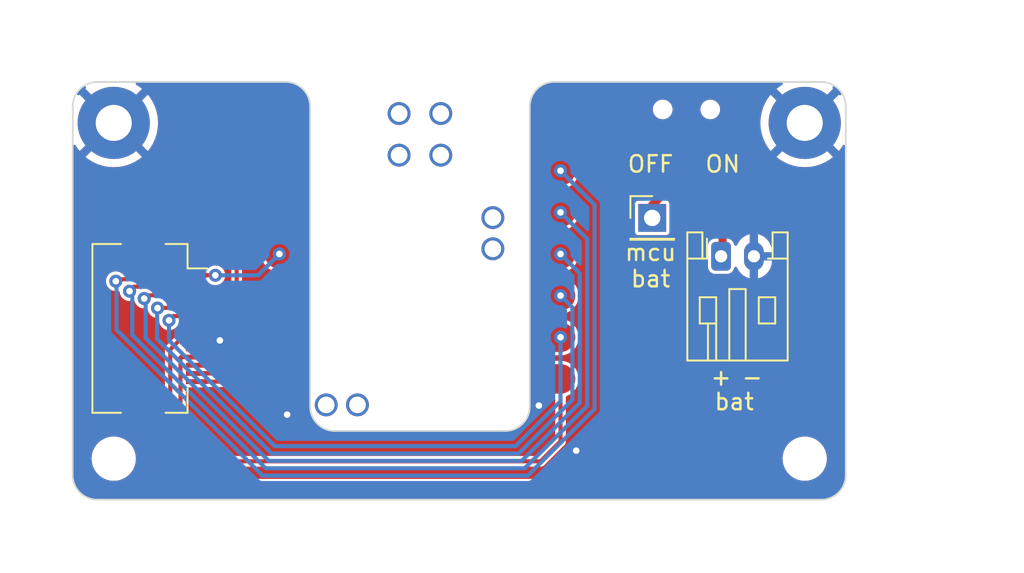
<source format=kicad_pcb>
(kicad_pcb (version 20221018) (generator pcbnew)
  (layers (0 "F.Cu" signal) (31 "B.Cu" signal) (34 "B.Paste" user) (35 "F.Paste" user) (36 "B.SilkS" user "B.Silkscreen") (37 "F.SilkS" user "F.Silkscreen") (38 "B.Mask" user) (39 "F.Mask" user) (44 "Edge.Cuts" user))
  (net 0 "")
  (net 6 "MUX_SEL2")
  (net 7 "MUX_SEL1")
  (net 10 "ROW0")
  (net 11 "MUX_SEL0")
  (net 12 "MUX0_EN")
  (net 13 "MUX1_EN")
  (net 14 "+3V3")
  (net 15 "GND")
  (net 16 "ADC")
  (net 17 "DISCHARGE")
  (net 18 "ROW1")
  (net 19 "ROW3")
  (net 20 "ROW2")
  (net 21 "BAT+")
  (net 22 "BAT_SW")
  (footprint "MountingHole:MountingHole_2.2mm_M2_Pad" (layer "F.Cu") (at 157.97 72.74)
    (fp_text reference "H3" hide)
    (fp_text value "MountingHole_Pad")
    (pad "1" thru_hole circle (at 0 0) (size 4.4 4.4) (drill 2.2) (layers "*.Cu" "*.Mask") (net 15 "GND"))
  )
  (footprint "mcu:xiao-ble-smd-reverse" (layer "F.Cu") (at 134.51 80.74)
    (fp_text reference "U1" hide)
    (fp_text value "xiao-ble" hide)
    (pad "1" smd oval (at 8.56996 -7.62) (size 2.75 1.8) (drill (offset -0.475 0)) (layers "F.Cu" "F.Paste" "F.Mask") (net 16 "ADC"))
    (pad "2" smd oval (at 8.56996 -5.08) (size 2.75 1.8) (drill (offset -0.475 0)) (layers "F.Cu" "F.Paste" "F.Mask") (net 6 "MUX_SEL2"))
    (pad "3" smd oval (at 8.56996 -2.54) (size 2.75 1.8) (drill (offset -0.475 0)) (layers "F.Cu" "F.Paste" "F.Mask") (net 7 "MUX_SEL1"))
    (pad "4" smd oval (at 8.56996 0) (size 2.75 1.8) (drill (offset -0.475 0)) (layers "F.Cu" "F.Paste" "F.Mask") (net 11 "MUX_SEL0"))
    (pad "5" smd oval (at 8.56996 2.54) (size 2.75 1.8) (drill (offset -0.475 0)) (layers "F.Cu" "F.Paste" "F.Mask") (net 12 "MUX0_EN"))
    (pad "6" smd oval (at 8.56996 5.08) (size 2.75 1.8) (drill (offset -0.475 0)) (layers "F.Cu" "F.Paste" "F.Mask") (net 13 "MUX1_EN"))
    (pad "7" smd oval (at 8.56996 7.62) (size 2.75 1.8) (drill (offset -0.475 0)) (layers "F.Cu" "F.Paste" "F.Mask") (net 17 "DISCHARGE"))
    (pad "8" smd oval (at -8.56996 7.62 180) (size 2.75 1.8) (drill (offset -0.475 0)) (layers "F.Cu" "F.Paste" "F.Mask") (net 20 "ROW2"))
    (pad "9" smd oval (at -8.56996 5.08 180) (size 2.75 1.8) (drill (offset -0.475 0)) (layers "F.Cu" "F.Paste" "F.Mask") (net 19 "ROW3"))
    (pad "10" smd oval (at -8.56996 2.54 180) (size 2.75 1.8) (drill (offset -0.475 0)) (layers "F.Cu" "F.Paste" "F.Mask") (net 18 "ROW1"))
    (pad "11" smd oval (at -8.56996 0 180) (size 2.75 1.8) (drill (offset -0.475 0)) (layers "F.Cu" "F.Paste" "F.Mask") (net 10 "ROW0"))
    (pad "12" smd oval (at -8.56996 -2.54 180) (size 2.75 1.8) (drill (offset -0.475 0)) (layers "F.Cu" "F.Paste" "F.Mask") (net 14 "+3V3"))
    (pad "13" smd oval (at -8.56996 -5.08 180) (size 2.75 1.8) (drill (offset -0.475 0)) (layers "F.Cu" "F.Paste" "F.Mask") (net 15 "GND"))
    (pad "14" smd oval (at -8.56996 -7.62 180) (size 2.75 1.8) (drill (offset -0.475 0)) (layers "F.Cu" "F.Paste" "F.Mask"))
    (pad "15" thru_hole circle (at 1.27 -8.572 90) (size 1.397 1.397) (drill 1.016) (layers "*.Cu" "*.Mask"))
    (pad "16" thru_hole circle (at -1.27 -8.572 90) (size 1.397 1.397) (drill 1.016) (layers "*.Cu" "*.Mask"))
    (pad "17" thru_hole circle (at 1.27 -6.032 90) (size 1.397 1.397) (drill 1.016) (layers "*.Cu" "*.Mask"))
    (pad "18" thru_hole circle (at -1.27 -6.032 90) (size 1.397 1.397) (drill 1.016) (layers "*.Cu" "*.Mask"))
    (pad "19" thru_hole circle (at 4.445 -0.317 180) (size 1.397 1.397) (drill 1.016) (layers "*.Cu" "*.Mask"))
    (pad "20" thru_hole circle (at 4.445 -2.222 180) (size 1.397 1.397) (drill 1.016) (layers "*.Cu" "*.Mask"))
    (pad "21" thru_hole circle (at -3.81 9.208 180) (size 1.397 1.397) (drill 1.016) (layers "*.Cu" "*.Mask"))
    (pad "22" thru_hole circle (at -5.715 9.208 180) (size 1.397 1.397) (drill 1.016) (layers "*.Cu" "*.Mask"))
  )
  (footprint "MountingHole:MountingHole_2.2mm_M2_DIN965" (layer "F.Cu") (at 115.84 93.23)
    (fp_text reference "H2" hide)
    (fp_text value "MountingHole")
    (pad "" np_thru_hole circle (at 0 0) (size 2.2 2.2) (drill 2.2) (layers "*.Cu" "*.Mask"))
  )
  (footprint "MountingHole:MountingHole_2.2mm_M2_DIN965" (layer "F.Cu") (at 157.97 93.23)
    (fp_text reference "H4" hide)
    (fp_text value "MountingHole")
    (pad "" np_thru_hole circle (at 0 0) (size 2.2 2.2) (drill 2.2) (layers "*.Cu" "*.Mask"))
  )
  (footprint "Connector_PinHeader_2.54mm:PinHeader_1x01_P2.54mm_Vertical" (layer "F.Cu") (at 148.67 78.54)
    (fp_text reference "J3" hide)
    (fp_text value "Conn_01x01")
    (fp_line (start -1.33 -1.33) (end 0 -1.33) (stroke (width 0.12)) (layer "F.SilkS"))
    (fp_line (start -1.33 0) (end -1.33 -1.33) (stroke (width 0.12)) (layer "F.SilkS"))
    (fp_line (start -1.33 1.27) (end -1.33 1.33) (stroke (width 0.12)) (layer "F.SilkS"))
    (fp_line (start -1.33 1.27) (end 1.33 1.27) (stroke (width 0.12)) (layer "F.SilkS"))
    (fp_line (start -1.33 1.33) (end 1.33 1.33) (stroke (width 0.12)) (layer "F.SilkS"))
    (fp_line (start 1.33 1.27) (end 1.33 1.33) (stroke (width 0.12)) (layer "F.SilkS"))
    (pad "1" thru_hole rect (at 0 0) (size 1.7 1.7) (drill 1) (layers "*.Cu" "*.Mask") (net 22 "BAT_SW"))
  )
  (footprint "Connector_FFC-FPC:Hirose_FH12-14S-0.5SH_1x14-1MP_P0.50mm_Horizontal" (layer "F.Cu") (at 119.04 85.28 -90)
    (fp_text reference "J1" hide)
    (fp_text value "Conn_01x14")
    (fp_line (start -5.15 -1.3) (end -5.15 0.04) (stroke (width 0.12)) (layer "F.SilkS"))
    (fp_line (start -5.15 2.76) (end -5.15 4.5) (stroke (width 0.12)) (layer "F.SilkS"))
    (fp_line (start -5.15 4.5) (end 5.15 4.5) (stroke (width 0.12)) (layer "F.SilkS"))
    (fp_line (start -3.66 -1.3) (end -5.15 -1.3) (stroke (width 0.12)) (layer "F.SilkS"))
    (fp_line (start -3.66 -1.3) (end -3.66 -2.5) (stroke (width 0.12)) (layer "F.SilkS"))
    (fp_line (start 3.66 -1.3) (end 5.15 -1.3) (stroke (width 0.12)) (layer "F.SilkS"))
    (fp_line (start 5.15 -1.3) (end 5.15 0.04) (stroke (width 0.12)) (layer "F.SilkS"))
    (fp_line (start 5.15 4.5) (end 5.15 2.76) (stroke (width 0.12)) (layer "F.SilkS"))
    (pad "1" smd rect (at -3.25 -1.85 270) (size 0.3 1.3) (layers "F.Cu" "F.Paste" "F.Mask") (net 10 "ROW0"))
    (pad "2" smd rect (at -2.75 -1.85 270) (size 0.3 1.3) (layers "F.Cu" "F.Paste" "F.Mask") (net 6 "MUX_SEL2"))
    (pad "3" smd rect (at -2.25 -1.85 270) (size 0.3 1.3) (layers "F.Cu" "F.Paste" "F.Mask") (net 7 "MUX_SEL1"))
    (pad "4" smd rect (at -1.75 -1.85 270) (size 0.3 1.3) (layers "F.Cu" "F.Paste" "F.Mask") (net 11 "MUX_SEL0"))
    (pad "5" smd rect (at -1.25 -1.85 270) (size 0.3 1.3) (layers "F.Cu" "F.Paste" "F.Mask") (net 12 "MUX0_EN"))
    (pad "6" smd rect (at -0.75 -1.85 270) (size 0.3 1.3) (layers "F.Cu" "F.Paste" "F.Mask") (net 13 "MUX1_EN"))
    (pad "7" smd rect (at -0.25 -1.85 270) (size 0.3 1.3) (layers "F.Cu" "F.Paste" "F.Mask") (net 14 "+3V3"))
    (pad "8" smd rect (at 0.25 -1.85 270) (size 0.3 1.3) (layers "F.Cu" "F.Paste" "F.Mask") (net 15 "GND"))
    (pad "9" smd rect (at 0.75 -1.85 270) (size 0.3 1.3) (layers "F.Cu" "F.Paste" "F.Mask") (net 16 "ADC"))
    (pad "10" smd rect (at 1.25 -1.85 270) (size 0.3 1.3) (layers "F.Cu" "F.Paste" "F.Mask") (net 15 "GND"))
    (pad "11" smd rect (at 1.75 -1.85 270) (size 0.3 1.3) (layers "F.Cu" "F.Paste" "F.Mask") (net 17 "DISCHARGE"))
    (pad "12" smd rect (at 2.25 -1.85 270) (size 0.3 1.3) (layers "F.Cu" "F.Paste" "F.Mask") (net 18 "ROW1"))
    (pad "13" smd rect (at 2.75 -1.85 270) (size 0.3 1.3) (layers "F.Cu" "F.Paste" "F.Mask") (net 19 "ROW3"))
    (pad "14" smd rect (at 3.25 -1.85 270) (size 0.3 1.3) (layers "F.Cu" "F.Paste" "F.Mask") (net 20 "ROW2"))
    (pad "MP" smd rect (at -5.15 1.4 270) (size 1.8 2.2) (layers "F.Cu" "F.Paste" "F.Mask"))
    (pad "MP" smd rect (at 5.15 1.4 270) (size 1.8 2.2) (layers "F.Cu" "F.Paste" "F.Mask"))
  )
  (footprint "switch:switch-MSK-12C02-smd" (layer "F.Cu") (at 150.76 70.57 -90)
    (fp_text reference "SW1")
    (fp_text value "SW_SPDT")
    (pad "" smd rect (at 0.207 -3.6) (size 1 0.6) (layers "F.Cu" "F.Paste" "F.Mask"))
    (pad "" smd rect (at 0.207 3.6) (size 1.1 0.6) (layers "F.Cu" "F.Paste" "F.Mask"))
    (pad "" np_thru_hole circle (at 1.35 -1.45 90) (size 0.7 0.7) (drill 0.7) (layers "*.Cu" "*.Mask"))
    (pad "" np_thru_hole circle (at 1.35 1.45 90) (size 0.7 0.7) (drill 0.7) (layers "*.Cu" "*.Mask"))
    (pad "" smd rect (at 2.493 -3.6) (size 1.1 0.6) (layers "F.Cu" "F.Paste" "F.Mask"))
    (pad "" smd rect (at 2.493 3.6) (size 1 0.6) (layers "F.Cu" "F.Paste" "F.Mask"))
    (pad "1" smd rect (at 3.2 -2.2 90) (size 1 0.6) (layers "F.Cu" "F.Paste" "F.Mask") (net 21 "BAT+"))
    (pad "2" smd rect (at 3.2 0.7 90) (size 1 0.6) (layers "F.Cu" "F.Paste" "F.Mask") (net 22 "BAT_SW"))
    (pad "3" smd rect (at 3.2 2.2 90) (size 1 0.6) (layers "F.Cu" "F.Paste" "F.Mask"))
  )
  (footprint "Connector_JST:JST_PH_S2B-PH-K_1x02_P2.00mm_Horizontal" (layer "F.Cu") (at 152.87 80.88)
    (fp_text reference "J2" hide)
    (fp_text value "Conn_01x02")
    (fp_line (start -2.06 -1.46) (end -2.06 6.36) (stroke (width 0.12)) (layer "F.SilkS"))
    (fp_line (start -2.06 0.14) (end -1.14 0.14) (stroke (width 0.12)) (layer "F.SilkS"))
    (fp_line (start -2.06 6.36) (end 4.06 6.36) (stroke (width 0.12)) (layer "F.SilkS"))
    (fp_line (start -1.3 2.5) (end -1.3 4.1) (stroke (width 0.12)) (layer "F.SilkS"))
    (fp_line (start -1.3 4.1) (end -0.3 4.1) (stroke (width 0.12)) (layer "F.SilkS"))
    (fp_line (start -1.14 -1.46) (end -2.06 -1.46) (stroke (width 0.12)) (layer "F.SilkS"))
    (fp_line (start -1.14 0.14) (end -1.14 -1.46) (stroke (width 0.12)) (layer "F.SilkS"))
    (fp_line (start -0.86 0.14) (end -1.14 0.14) (stroke (width 0.12)) (layer "F.SilkS"))
    (fp_line (start -0.86 0.14) (end -0.86 -1.075) (stroke (width 0.12)) (layer "F.SilkS"))
    (fp_line (start -0.8 4.1) (end -0.8 6.36) (stroke (width 0.12)) (layer "F.SilkS"))
    (fp_line (start -0.3 2.5) (end -1.3 2.5) (stroke (width 0.12)) (layer "F.SilkS"))
    (fp_line (start -0.3 4.1) (end -0.3 2.5) (stroke (width 0.12)) (layer "F.SilkS"))
    (fp_line (start -0.3 4.1) (end -0.3 6.36) (stroke (width 0.12)) (layer "F.SilkS"))
    (fp_line (start 0.5 2) (end 1.5 2) (stroke (width 0.12)) (layer "F.SilkS"))
    (fp_line (start 0.5 6.36) (end 0.5 2) (stroke (width 0.12)) (layer "F.SilkS"))
    (fp_line (start 1.5 2) (end 1.5 6.36) (stroke (width 0.12)) (layer "F.SilkS"))
    (fp_line (start 2.3 2.5) (end 3.3 2.5) (stroke (width 0.12)) (layer "F.SilkS"))
    (fp_line (start 2.3 4.1) (end 2.3 2.5) (stroke (width 0.12)) (layer "F.SilkS"))
    (fp_line (start 3.14 -1.46) (end 3.14 0.14) (stroke (width 0.12)) (layer "F.SilkS"))
    (fp_line (start 3.14 0.14) (end 2.86 0.14) (stroke (width 0.12)) (layer "F.SilkS"))
    (fp_line (start 3.3 2.5) (end 3.3 4.1) (stroke (width 0.12)) (layer "F.SilkS"))
    (fp_line (start 3.3 4.1) (end 2.3 4.1) (stroke (width 0.12)) (layer "F.SilkS"))
    (fp_line (start 4.06 -1.46) (end 3.14 -1.46) (stroke (width 0.12)) (layer "F.SilkS"))
    (fp_line (start 4.06 0.14) (end 3.14 0.14) (stroke (width 0.12)) (layer "F.SilkS"))
    (fp_line (start 4.06 6.36) (end 4.06 -1.46) (stroke (width 0.12)) (layer "F.SilkS"))
    (pad "1" thru_hole roundrect (at 0 0) (size 1.2 1.75) (drill 0.75) (layers "*.Cu" "*.Mask") (roundrect_rratio 0.208333) (net 21 "BAT+"))
    (pad "2" thru_hole oval (at 2 0) (size 1.2 1.75) (drill 0.75) (layers "*.Cu" "*.Mask") (net 15 "GND"))
  )
  (footprint "MountingHole:MountingHole_2.2mm_M2_Pad" (layer "F.Cu") (at 115.84 72.74)
    (fp_text reference "H1" hide)
    (fp_text value "MountingHole_Pad")
    (pad "1" thru_hole circle (at 0 0) (size 4.4 4.4) (drill 2.2) (layers "*.Cu" "*.Mask") (net 15 "GND"))
  )
  (gr_line (start 158.97 70.24) (end 142.71 70.24) (stroke (width 0.1)) (layer "Edge.Cuts"))
  (gr_line (start 160.47 94.23) (end 160.47 71.74) (stroke (width 0.1)) (layer "Edge.Cuts"))
  (gr_line (start 114.84 95.73) (end 158.97 95.73) (stroke (width 0.1)) (layer "Edge.Cuts"))
  (gr_arc (start 158.97 70.24) (mid 160.03066 70.67934) (end 160.47 71.74) (stroke (width 0.1)) (layer "Edge.Cuts"))
  (gr_arc (start 160.47 94.23) (mid 160.03066 95.29066) (end 158.97 95.73) (stroke (width 0.1)) (layer "Edge.Cuts"))
  (gr_line (start 141.21 90.04) (end 141.21 71.74) (stroke (width 0.1)) (layer "Edge.Cuts"))
  (gr_line (start 126.31 70.24) (end 114.84 70.24) (stroke (width 0.1)) (layer "Edge.Cuts"))
  (gr_arc (start 126.31 70.24) (mid 127.37066 70.67934) (end 127.81 71.74) (stroke (width 0.1)) (layer "Edge.Cuts"))
  (gr_arc (start 114.84 95.73) (mid 113.77934 95.29066) (end 113.34 94.23) (stroke (width 0.1)) (layer "Edge.Cuts"))
  (gr_line (start 127.81 71.74) (end 127.81 90.04) (stroke (width 0.1)) (layer "Edge.Cuts"))
  (gr_arc (start 129.31 91.54) (mid 128.24934 91.10066) (end 127.81 90.04) (stroke (width 0.1)) (layer "Edge.Cuts"))
  (gr_line (start 129.31 91.54) (end 139.71 91.54) (stroke (width 0.1)) (layer "Edge.Cuts"))
  (gr_arc (start 141.21 90.04) (mid 140.77066 91.10066) (end 139.71 91.54) (stroke (width 0.1)) (layer "Edge.Cuts"))
  (gr_arc (start 113.34 71.74) (mid 113.77934 70.67934) (end 114.84 70.24) (stroke (width 0.1)) (layer "Edge.Cuts"))
  (gr_line (start 113.34 71.74) (end 113.34 94.23) (stroke (width 0.1)) (layer "Edge.Cuts"))
  (gr_arc (start 141.21 71.74) (mid 141.64934 70.67934) (end 142.71 70.24) (stroke (width 0.1)) (layer "Edge.Cuts"))
  (gr_text "+" (at 152.87 88.84) (layer "F.SilkS") (effects (font (size 1 1)) (justify bottom)))
  (gr_text "bat" (at 153.67 90.34) (layer "F.SilkS") (effects (font (size 1 1)) (justify bottom)))
  (gr_text "ON" (at 152.97 75.84) (layer "F.SilkS") (effects (font (size 1 1)) (justify bottom)))
  (gr_text "mcu\nbat" (at 148.57 82.84) (layer "F.SilkS") (effects (font (size 1 1)) (justify bottom)))
  (gr_text "OFF" (at 148.57 75.84) (layer "F.SilkS") (effects (font (size 1 1)) (justify bottom)))
  (gr_text "-" (at 154.77 88.84) (layer "F.SilkS") (effects (font (size 1 1)) (justify bottom)))
  (segment (start 119.052148 82.284051) (end 116.083245 82.284051) (width 0.25) (layer "F.Cu") (net 6))
  (segment (start 120.89 82.53) (end 119.298097 82.53) (width 0.25) (layer "F.Cu") (net 6))
  (segment (start 119.298097 82.53) (end 119.052148 82.284051) (width 0.25) (layer "F.Cu") (net 6))
  (segment (start 116.083245 82.284051) (end 115.967162 82.400134) (width 0.25) (layer "F.Cu") (net 6))
  (via (at 115.967162 82.400134) (size 0.8) (drill 0.4) (layers "F.Cu" "B.Cu") (net 6))
  (via (at 143.07996 75.66) (size 0.8) (drill 0.4) (layers "F.Cu" "B.Cu") (net 6))
  (segment (start 124.914416 94.265) (end 141.085 94.265) (width 0.25) (layer "B.Cu") (net 6))
  (segment (start 115.967162 82.400134) (end 116.01 82.357296) (width 0.25) (layer "B.Cu") (net 6))
  (segment (start 145.15496 77.73496) (end 143.08 75.66) (width 0.25) (layer "B.Cu") (net 6))
  (segment (start 143.08 75.66) (end 143.07996 75.66) (width 0.25) (layer "B.Cu") (net 6))
  (segment (start 141.085 94.265) (end 145.15496 90.19504) (width 0.25) (layer "B.Cu") (net 6))
  (segment (start 116.01 85.360584) (end 124.914416 94.265) (width 0.25) (layer "B.Cu") (net 6))
  (segment (start 116.01 82.357296) (end 116.01 85.360584) (width 0.25) (layer "B.Cu") (net 6))
  (segment (start 145.15496 90.19504) (end 145.15496 77.73496) (width 0.25) (layer "B.Cu") (net 6))
  (segment (start 117.079221 82.734051) (end 118.865752 82.734051) (width 0.25) (layer "F.Cu") (net 7))
  (segment (start 116.804721 83.008551) (end 117.079221 82.734051) (width 0.25) (layer "F.Cu") (net 7))
  (segment (start 118.865752 82.734051) (end 119.161701 83.03) (width 0.25) (layer "F.Cu") (net 7))
  (segment (start 119.161701 83.03) (end 120.89 83.03) (width 0.25) (layer "F.Cu") (net 7))
  (via (at 116.804721 83.008551) (size 0.8) (drill 0.4) (layers "F.Cu" "B.Cu") (net 7))
  (via (at 143.07996 78.2) (size 0.8) (drill 0.4) (layers "F.Cu" "B.Cu") (net 7))
  (segment (start 116.804721 83.008551) (end 116.971671 83.175501) (width 0.25) (layer "B.Cu") (net 7))
  (segment (start 140.898604 93.815) (end 144.70496 90.008644) (width 0.25) (layer "B.Cu") (net 7))
  (segment (start 116.971671 83.175501) (end 116.971671 85.685859) (width 0.25) (layer "B.Cu") (net 7))
  (segment (start 144.70496 79.825) (end 143.07996 78.2) (width 0.25) (layer "B.Cu") (net 7))
  (segment (start 144.70496 90.008644) (end 144.70496 79.825) (width 0.25) (layer "B.Cu") (net 7))
  (segment (start 125.100812 93.815) (end 140.898604 93.815) (width 0.25) (layer "B.Cu") (net 7))
  (segment (start 116.971671 85.685859) (end 125.100812 93.815) (width 0.25) (layer "B.Cu") (net 7))
  (segment (start 120.89 82.03) (end 122.025 82.03) (width 0.25) (layer "F.Cu") (net 10))
  (segment (start 122.025 82.03) (end 122.035 82.04) (width 0.25) (layer "F.Cu") (net 10))
  (via (at 122.035 82.04) (size 0.8) (drill 0.4) (layers "F.Cu" "B.Cu") (net 10))
  (via (at 125.94004 80.74) (size 0.8) (drill 0.4) (layers "F.Cu" "B.Cu") (net 10))
  (segment (start 122.035 82.04) (end 124.64004 82.04) (width 0.25) (layer "B.Cu") (net 10))
  (segment (start 124.64004 82.04) (end 125.94004 80.74) (width 0.25) (layer "B.Cu") (net 10))
  (segment (start 118.759577 83.264272) (end 117.89145 83.264272) (width 0.25) (layer "F.Cu") (net 11))
  (segment (start 117.89145 83.264272) (end 117.696671 83.459051) (width 0.25) (layer "F.Cu") (net 11))
  (segment (start 120.89 83.53) (end 119.025305 83.53) (width 0.25) (layer "F.Cu") (net 11))
  (segment (start 119.025305 83.53) (end 118.759577 83.264272) (width 0.25) (layer "F.Cu") (net 11))
  (via (at 117.696671 83.459051) (size 0.8) (drill 0.4) (layers "F.Cu" "B.Cu") (net 11))
  (via (at 143.07996 80.74) (size 0.8) (drill 0.4) (layers "F.Cu" "B.Cu") (net 11))
  (segment (start 140.712208 93.365) (end 144.25496 89.822248) (width 0.25) (layer "B.Cu") (net 11))
  (segment (start 125.287208 93.365) (end 140.712208 93.365) (width 0.25) (layer "B.Cu") (net 11))
  (segment (start 144.25496 89.822248) (end 144.25496 81.915) (width 0.25) (layer "B.Cu") (net 11))
  (segment (start 144.25496 81.915) (end 143.07996 80.74) (width 0.25) (layer "B.Cu") (net 11))
  (segment (start 117.696671 83.459051) (end 117.785 83.370722) (width 0.25) (layer "B.Cu") (net 11))
  (segment (start 117.785 83.370722) (end 117.785 85.862792) (width 0.25) (layer "B.Cu") (net 11))
  (segment (start 117.785 85.862792) (end 125.287208 93.365) (width 0.25) (layer "B.Cu") (net 11))
  (segment (start 120.89 84.03) (end 118.52 84.03) (width 0.25) (layer "F.Cu") (net 12))
  (segment (start 118.52 84.03) (end 118.51 84.04) (width 0.25) (layer "F.Cu") (net 12))
  (via (at 118.51 84.04) (size 0.8) (drill 0.4) (layers "F.Cu" "B.Cu") (net 12))
  (via (at 143.07996 83.28) (size 0.8) (drill 0.4) (layers "F.Cu" "B.Cu") (net 12))
  (segment (start 118.51 84.04) (end 118.485 84.065) (width 0.25) (layer "B.Cu") (net 12))
  (segment (start 143.80496 89.635852) (end 143.80496 84.005) (width 0.25) (layer "B.Cu") (net 12))
  (segment (start 140.525812 92.915) (end 143.80496 89.635852) (width 0.25) (layer "B.Cu") (net 12))
  (segment (start 143.80496 84.005) (end 143.07996 83.28) (width 0.25) (layer "B.Cu") (net 12))
  (segment (start 118.485 85.926396) (end 125.473604 92.915) (width 0.25) (layer "B.Cu") (net 12))
  (segment (start 125.473604 92.915) (end 140.525812 92.915) (width 0.25) (layer "B.Cu") (net 12))
  (segment (start 118.485 84.065) (end 118.485 85.926396) (width 0.25) (layer "B.Cu") (net 12))
  (segment (start 119.21 84.79) (end 119.47 84.53) (width 0.25) (layer "F.Cu") (net 13))
  (segment (start 119.47 84.53) (end 120.89 84.53) (width 0.25) (layer "F.Cu") (net 13))
  (via (at 143.07996 85.82) (size 0.8) (drill 0.4) (layers "F.Cu" "B.Cu") (net 13))
  (via (at 119.21 84.79) (size 0.8) (drill 0.4) (layers "F.Cu" "B.Cu") (net 13))
  (segment (start 119.21 86.015) (end 125.66 92.465) (width 0.25) (layer "B.Cu") (net 13))
  (segment (start 125.66 92.465) (end 140.339416 92.465) (width 0.25) (layer "B.Cu") (net 13))
  (segment (start 119.21 84.79) (end 119.21 86.015) (width 0.25) (layer "B.Cu") (net 13))
  (segment (start 143.07996 89.724456) (end 143.07996 85.82) (width 0.25) (layer "B.Cu") (net 13))
  (segment (start 140.339416 92.465) (end 143.07996 89.724456) (width 0.25) (layer "B.Cu") (net 13))
  (segment (start 123.335 83.615) (end 123.335 80.80504) (width 0.25) (layer "F.Cu") (net 14))
  (segment (start 120.89 85.03) (end 121.92 85.03) (width 0.25) (layer "F.Cu") (net 14))
  (segment (start 121.92 85.03) (end 123.335 83.615) (width 0.25) (layer "F.Cu") (net 14))
  (segment (start 123.335 80.80504) (end 125.94004 78.2) (width 0.25) (layer "F.Cu") (net 14))
  (segment (start 121.795 86.53) (end 122.31 86.015) (width 0.25) (layer "F.Cu") (net 15))
  (segment (start 121.825 85.53) (end 122.31 86.015) (width 0.25) (layer "F.Cu") (net 15))
  (segment (start 120.89 86.53) (end 121.795 86.53) (width 0.25) (layer "F.Cu") (net 15))
  (segment (start 120.89 85.53) (end 121.825 85.53) (width 0.25) (layer "F.Cu") (net 15))
  (via (at 141.76 89.99) (size 0.8) (drill 0.4) (layers "F.Cu" "B.Cu") (net 15))
  (via (at 122.31 86.015) (size 0.8) (drill 0.4) (layers "F.Cu" "B.Cu") (net 15))
  (via (at 144.035 92.74) (size 0.8) (drill 0.4) (layers "F.Cu" "B.Cu") (net 15))
  (via (at 126.41 90.54) (size 0.8) (drill 0.4) (layers "F.Cu" "B.Cu") (net 15))
  (segment (start 119.285 91.665) (end 122.41 94.79) (width 0.25) (layer "F.Cu") (net 16))
  (segment (start 119.82 86.03) (end 119.285 86.565) (width 0.25) (layer "F.Cu") (net 16))
  (segment (start 119.285 86.565) (end 119.285 91.665) (width 0.25) (layer "F.Cu") (net 16))
  (segment (start 120.89 86.03) (end 119.82 86.03) (width 0.25) (layer "F.Cu") (net 16))
  (segment (start 122.41 94.79) (end 143.26 94.79) (width 0.25) (layer "F.Cu") (net 16))
  (segment (start 146.06 76.10004) (end 143.07996 73.12) (width 0.25) (layer "F.Cu") (net 16))
  (segment (start 143.26 94.79) (end 146.06 91.99) (width 0.25) (layer "F.Cu") (net 16))
  (segment (start 146.06 91.99) (end 146.06 76.10004) (width 0.25) (layer "F.Cu") (net 16))
  (segment (start 119.91 90.19) (end 123.11 93.39) (width 0.25) (layer "F.Cu") (net 17))
  (segment (start 119.91 87.06) (end 119.91 90.19) (width 0.25) (layer "F.Cu") (net 17))
  (segment (start 119.94 87.03) (end 119.91 87.06) (width 0.25) (layer "F.Cu") (net 17))
  (segment (start 143.07996 92.17004) (end 143.07996 88.36) (width 0.25) (layer "F.Cu") (net 17))
  (segment (start 123.11 93.39) (end 141.86 93.39) (width 0.25) (layer "F.Cu") (net 17))
  (segment (start 120.89 87.03) (end 119.94 87.03) (width 0.25) (layer "F.Cu") (net 17))
  (segment (start 141.86 93.39) (end 143.07996 92.17004) (width 0.25) (layer "F.Cu") (net 17))
  (segment (start 124.71504 84.505) (end 125.94004 83.28) (width 0.25) (layer "F.Cu") (net 18))
  (segment (start 123.593644 87.53) (end 124.71504 86.408604) (width 0.25) (layer "F.Cu") (net 18))
  (segment (start 120.89 87.53) (end 123.593644 87.53) (width 0.25) (layer "F.Cu") (net 18))
  (segment (start 124.71504 86.408604) (end 124.71504 84.505) (width 0.25) (layer "F.Cu") (net 18))
  (segment (start 123.73004 88.03) (end 125.94004 85.82) (width 0.25) (layer "F.Cu") (net 19))
  (segment (start 120.89 88.03) (end 123.73004 88.03) (width 0.25) (layer "F.Cu") (net 19))
  (segment (start 125.77004 88.53) (end 125.94004 88.36) (width 0.25) (layer "F.Cu") (net 20))
  (segment (start 120.89 88.53) (end 125.77004 88.53) (width 0.25) (layer "F.Cu") (net 20))
  (segment (start 152.96 73.77) (end 152.96 80.79) (width 0.5) (layer "F.Cu") (net 21))
  (segment (start 152.96 80.79) (end 152.87 80.88) (width 0.5) (layer "F.Cu") (net 21))
  (segment (start 148.67 78.54) (end 148.67 77.755) (width 0.5) (layer "F.Cu") (net 22))
  (segment (start 148.67 77.755) (end 150.06 76.365) (width 0.5) (layer "F.Cu") (net 22))
  (segment (start 150.06 76.365) (end 150.06 73.77) (width 0.5) (layer "F.Cu") (net 22))
  (zone (net 15) (net_name "GND") (layers "F&B.Cu") (connect_pads (clearance 0.2)) (min_thickness 0.2) (fill yes (thermal_gap 0.5) (thermal_bridge_width 0.5))
    (polygon (pts (xy 111.34 65.24) (xy 171.34 65.24) (xy 171.34 100.24) (xy 111.34 100.24)))
  )
)
</source>
